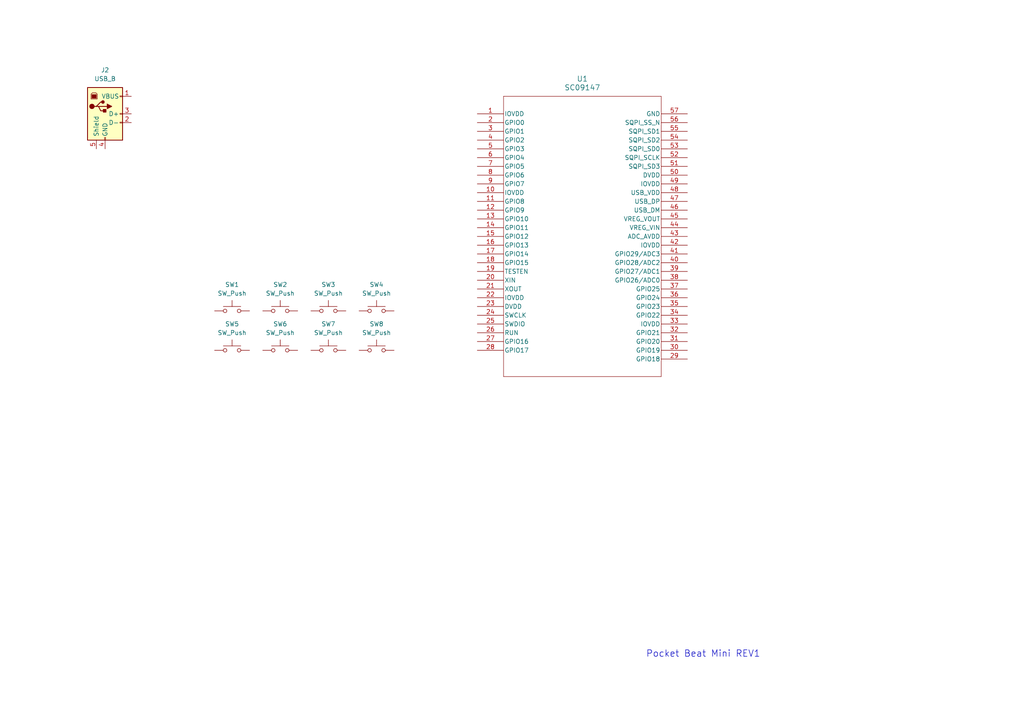
<source format=kicad_sch>
(kicad_sch (version 20250114) (generator "eeschema") (generator_version "9.0")
  (paper "A4")
  (lib_symbols
    (symbol "Connector:USB_B" (pin_names (offset 1.016))
      (property "Reference" "J" (at -5.08 11.43 0))
      (property "Value" "USB_B" (at -5.08 8.89 0))
      (symbol "USB_B_0_1"
        (rectangle (start -5.08 -7.62) (end 5.08 7.62) (stroke (width 0.254)) (fill (type background)))
        (polyline (pts (xy -4.064 4.318) (xy -2.286 4.318) (xy -2.286 5.715) (xy -2.667 6.096) (xy -3.683 6.096) (xy -4.064 5.715) (xy -4.064 4.318)))
        (rectangle (start -3.81 5.588) (end -2.54 4.572) (fill (type outline)))
        (circle (center -3.81 2.159) (radius 0.635) (stroke (width 0.254)) (fill (type outline)))
        (polyline (pts (xy -3.175 2.159) (xy -2.54 2.159) (xy -1.27 3.429) (xy -0.635 3.429)) (stroke (width 0.254)))
        (polyline (pts (xy -2.54 2.159) (xy -1.905 2.159) (xy -1.27 0.889) (xy 0 0.889)) (stroke (width 0.254)))
        (polyline (pts (xy -1.905 2.159) (xy 0.635 2.159)) (stroke (width 0.254)))
        (circle (center -0.635 3.429) (radius 0.381) (stroke (width 0.254)) (fill (type outline)))
        (rectangle (start -0.127 -7.62) (end 0.127 -6.858))
        (rectangle (start 0.254 1.27) (end -0.508 0.508) (stroke (width 0.254)) (fill (type outline)))
        (polyline (pts (xy 0.635 2.794) (xy 0.635 1.524) (xy 1.905 2.159) (xy 0.635 2.794)) (stroke (width 0.254)) (fill (type outline)))
        (rectangle (start 5.08 4.953) (end 4.318 5.207))
        (rectangle (start 5.08 -0.127) (end 4.318 0.127))
        (rectangle (start 5.08 -2.667) (end 4.318 -2.413))
      )
      (symbol "USB_B_1_1"
        (pin passive line (at -2.54 -10.16 90) (length 2.54) (name "Shield") (number "5"))
        (pin power_out line (at 0 -10.16 90) (length 2.54) (name "GND") (number "4"))
        (pin power_out line (at 7.62 5.08 180) (length 2.54) (name "VBUS") (number "1"))
        (pin bidirectional line (at 7.62 0 180) (length 2.54) (name "D+") (number "3"))
        (pin bidirectional line (at 7.62 -2.54 180) (length 2.54) (name "D-") (number "2"))
      )
    )
    (symbol "RP2040:SC09147" (pin_names (offset 0.254))
      (property "Reference" "U" (at 30.48 10.16 0))
      (property "Value" "SC09147" (at 30.48 7.62 0))
      (symbol "SC09147_0_1"
        (polyline (pts (xy 7.62 5.08) (xy 7.62 -76.2)) (stroke (width 0.127)))
        (polyline (pts (xy 7.62 -76.2) (xy 53.34 -76.2)) (stroke (width 0.127)))
        (polyline (pts (xy 53.34 5.08) (xy 7.62 5.08)) (stroke (width 0.127)))
        (polyline (pts (xy 53.34 -76.2) (xy 53.34 5.08)) (stroke (width 0.127)))
        (pin power_in line (at 0 0 0) (length 7.62) (name "IOVDD") (number "1"))
        (pin bidirectional line (at 0 -2.54 0) (length 7.62) (name "GPIO0") (number "2"))
        (pin bidirectional line (at 0 -5.08 0) (length 7.62) (name "GPIO1") (number "3"))
        (pin bidirectional line (at 0 -7.62 0) (length 7.62) (name "GPIO2") (number "4"))
        (pin bidirectional line (at 0 -10.16 0) (length 7.62) (name "GPIO3") (number "5"))
        (pin bidirectional line (at 0 -12.7 0) (length 7.62) (name "GPIO4") (number "6"))
        (pin bidirectional line (at 0 -15.24 0) (length 7.62) (name "GPIO5") (number "7"))
        (pin bidirectional line (at 0 -17.78 0) (length 7.62) (name "GPIO6") (number "8"))
        (pin bidirectional line (at 0 -20.32 0) (length 7.62) (name "GPIO7") (number "9"))
        (pin power_in line (at 0 -22.86 0) (length 7.62) (name "IOVDD") (number "10"))
        (pin bidirectional line (at 0 -25.4 0) (length 7.62) (name "GPIO8") (number "11"))
        (pin bidirectional line (at 0 -27.94 0) (length 7.62) (name "GPIO9") (number "12"))
        (pin bidirectional line (at 0 -30.48 0) (length 7.62) (name "GPIO10") (number "13"))
        (pin bidirectional line (at 0 -33.02 0) (length 7.62) (name "GPIO11") (number "14"))
        (pin bidirectional line (at 0 -35.56 0) (length 7.62) (name "GPIO12") (number "15"))
        (pin bidirectional line (at 0 -38.1 0) (length 7.62) (name "GPIO13") (number "16"))
        (pin bidirectional line (at 0 -40.64 0) (length 7.62) (name "GPIO14") (number "17"))
        (pin bidirectional line (at 0 -43.18 0) (length 7.62) (name "GPIO15") (number "18"))
        (pin input line (at 0 -45.72 0) (length 7.62) (name "TESTEN") (number "19"))
        (pin input line (at 0 -48.26 0) (length 7.62) (name "XIN") (number "20"))
        (pin output line (at 0 -50.8 0) (length 7.62) (name "XOUT") (number "21"))
        (pin power_in line (at 0 -53.34 0) (length 7.62) (name "IOVDD") (number "22"))
        (pin power_in line (at 0 -55.88 0) (length 7.62) (name "DVDD") (number "23"))
        (pin input line (at 0 -58.42 0) (length 7.62) (name "SWCLK") (number "24"))
        (pin bidirectional line (at 0 -60.96 0) (length 7.62) (name "SWDIO") (number "25"))
        (pin input line (at 0 -63.5 0) (length 7.62) (name "RUN") (number "26"))
        (pin bidirectional line (at 0 -66.04 0) (length 7.62) (name "GPIO16") (number "27"))
        (pin bidirectional line (at 0 -68.58 0) (length 7.62) (name "GPIO17") (number "28"))
        (pin power_out line (at 60.96 0 180) (length 7.62) (name "GND") (number "57"))
        (pin bidirectional line (at 60.96 -2.54 180) (length 7.62) (name "SQPI_SS_N") (number "56"))
        (pin bidirectional line (at 60.96 -5.08 180) (length 7.62) (name "SQPI_SD1") (number "55"))
        (pin bidirectional line (at 60.96 -7.62 180) (length 7.62) (name "SQPI_SD2") (number "54"))
        (pin bidirectional line (at 60.96 -10.16 180) (length 7.62) (name "SQPI_SD0") (number "53"))
        (pin bidirectional line (at 60.96 -12.7 180) (length 7.62) (name "SQPI_SCLK") (number "52"))
        (pin bidirectional line (at 60.96 -15.24 180) (length 7.62) (name "SQPI_SD3") (number "51"))
        (pin power_in line (at 60.96 -17.78 180) (length 7.62) (name "DVDD") (number "50"))
        (pin power_in line (at 60.96 -20.32 180) (length 7.62) (name "IOVDD") (number "49"))
        (pin power_in line (at 60.96 -22.86 180) (length 7.62) (name "USB_VDD") (number "48"))
        (pin bidirectional line (at 60.96 -25.4 180) (length 7.62) (name "USB_DP") (number "47"))
        (pin bidirectional line (at 60.96 -27.94 180) (length 7.62) (name "USB_DM") (number "46"))
        (pin power_in line (at 60.96 -30.48 180) (length 7.62) (name "VREG_VOUT") (number "45"))
        (pin power_in line (at 60.96 -33.02 180) (length 7.62) (name "VREG_VIN") (number "44"))
        (pin power_in line (at 60.96 -35.56 180) (length 7.62) (name "ADC_AVDD") (number "43"))
        (pin power_in line (at 60.96 -38.1 180) (length 7.62) (name "IOVDD") (number "42"))
        (pin bidirectional line (at 60.96 -40.64 180) (length 7.62) (name "GPIO29/ADC3") (number "41"))
        (pin bidirectional line (at 60.96 -43.18 180) (length 7.62) (name "GPIO28/ADC2") (number "40"))
        (pin bidirectional line (at 60.96 -45.72 180) (length 7.62) (name "GPIO27/ADC1") (number "39"))
        (pin bidirectional line (at 60.96 -48.26 180) (length 7.62) (name "GPIO26/ADC0") (number "38"))
        (pin bidirectional line (at 60.96 -50.8 180) (length 7.62) (name "GPIO25") (number "37"))
        (pin bidirectional line (at 60.96 -53.34 180) (length 7.62) (name "GPIO24") (number "36"))
        (pin bidirectional line (at 60.96 -55.88 180) (length 7.62) (name "GPIO23") (number "35"))
        (pin bidirectional line (at 60.96 -58.42 180) (length 7.62) (name "GPIO22") (number "34"))
        (pin power_in line (at 60.96 -60.96 180) (length 7.62) (name "IOVDD") (number "33"))
        (pin bidirectional line (at 60.96 -63.5 180) (length 7.62) (name "GPIO21") (number "32"))
        (pin bidirectional line (at 60.96 -66.04 180) (length 7.62) (name "GPIO20") (number "31"))
        (pin bidirectional line (at 60.96 -68.58 180) (length 7.62) (name "GPIO19") (number "30"))
        (pin bidirectional line (at 60.96 -71.12 180) (length 7.62) (name "GPIO18") (number "29"))
      )
    )
    (symbol "Switch:SW_Push" (pin_numbers (hide yes)) (pin_names (offset 1.016) (hide yes))
      (property "Reference" "SW" (at 1.27 2.54 0))
      (property "Value" "SW_Push" (at 0 -1.524 0))
      (symbol "SW_Push_0_1"
        (circle (center -2.032 0) (radius 0.508))
        (polyline (pts (xy 0 1.27) (xy 0 3.048)))
        (circle (center 2.032 0) (radius 0.508))
        (polyline (pts (xy 2.54 1.27) (xy -2.54 1.27)))
        (pin passive line (at -5.08 0 0) (length 2.54) (name "1") (number "1"))
        (pin passive line (at 5.08 0 180) (length 2.54) (name "2") (number "2"))
      )
    )
  )
  (text "Pocket Beat Mini REV1" (at 203.962 189.738 0) (effects (font (size 1.905 1.905))))
  (symbol (lib_id "RP2040:SC09147") (at 138.43 33.02 0) (unit 1)
    (property "Reference" "U1" (at 168.91 22.86 0) (effects (font (size 1.524 1.524))))
    (property "Value" "SC09147" (at 168.91 25.4 0) (effects (font (size 1.524 1.524))))
    (property "Footprint" "QFN56_7X7_RPI" (effects (hide yes)))
    (property "Datasheet" "SC09147" (effects (hide yes)))
  )
  (symbol (lib_id "Switch:SW_Push") (at 109.22 90.17 0) (unit 1)
    (property "Reference" "SW4" (at 109.22 82.55 0))
    (property "Value" "SW_Push" (at 109.22 85.09 0))
    (property "Footprint" "Button_Switch_THT:SW_PUSH_6mm" (effects (hide yes)))
    (property "Description" "Push button switch, generic, two pins" (effects (hide yes)))
  )
  (symbol (lib_id "Switch:SW_Push") (at 81.28 101.6 0) (unit 1)
    (property "Reference" "SW6" (at 81.28 93.98 0))
    (property "Value" "SW_Push" (at 81.28 96.52 0))
    (property "Footprint" "Button_Switch_THT:SW_PUSH_6mm" (effects (hide yes)))
    (property "Description" "Push button switch, generic, two pins" (effects (hide yes)))
  )
  (symbol (lib_id "Switch:SW_Push") (at 81.28 90.17 0) (unit 1)
    (property "Reference" "SW2" (at 81.28 82.55 0))
    (property "Value" "SW_Push" (at 81.28 85.09 0))
    (property "Footprint" "Button_Switch_THT:SW_PUSH_6mm" (effects (hide yes)))
    (property "Description" "Push button switch, generic, two pins" (effects (hide yes)))
  )
  (symbol (lib_id "Switch:SW_Push") (at 95.25 101.6 0) (unit 1)
    (property "Reference" "SW7" (at 95.25 93.98 0))
    (property "Value" "SW_Push" (at 95.25 96.52 0))
    (property "Footprint" "Button_Switch_THT:SW_PUSH_6mm" (effects (hide yes)))
    (property "Description" "Push button switch, generic, two pins" (effects (hide yes)))
  )
  (symbol (lib_id "Connector:USB_B") (at 30.48 33.02 0) (unit 1)
    (property "Reference" "J2" (at 30.48 20.32 0))
    (property "Value" "USB_B" (at 30.48 22.86 0))
    (property "Description" "USB Type B connector" (effects (hide yes)))
  )
  (symbol (lib_id "Switch:SW_Push") (at 95.25 90.17 0) (unit 1)
    (property "Reference" "SW3" (at 95.25 82.55 0))
    (property "Value" "SW_Push" (at 95.25 85.09 0))
    (property "Footprint" "Button_Switch_THT:SW_PUSH_6mm" (effects (hide yes)))
    (property "Description" "Push button switch, generic, two pins" (effects (hide yes)))
  )
  (symbol (lib_id "Switch:SW_Push") (at 109.22 101.6 0) (unit 1)
    (property "Reference" "SW8" (at 109.22 93.98 0))
    (property "Value" "SW_Push" (at 109.22 96.52 0))
    (property "Footprint" "Button_Switch_THT:SW_PUSH_6mm" (effects (hide yes)))
    (property "Description" "Push button switch, generic, two pins" (effects (hide yes)))
  )
  (symbol (lib_id "Switch:SW_Push") (at 67.31 90.17 0) (unit 1)
    (property "Reference" "SW1" (at 67.31 82.55 0))
    (property "Value" "SW_Push" (at 67.31 85.09 0))
    (property "Footprint" "Button_Switch_THT:SW_PUSH_6mm" (effects (hide yes)))
    (property "Description" "Push button switch, generic, two pins" (effects (hide yes)))
  )
  (symbol (lib_id "Switch:SW_Push") (at 67.31 101.6 0) (unit 1)
    (property "Reference" "SW5" (at 67.31 93.98 0))
    (property "Value" "SW_Push" (at 67.31 96.52 0))
    (property "Footprint" "Button_Switch_THT:SW_PUSH_6mm" (effects (hide yes)))
    (property "Description" "Push button switch, generic, two pins" (effects (hide yes)))
  )
)
</source>
